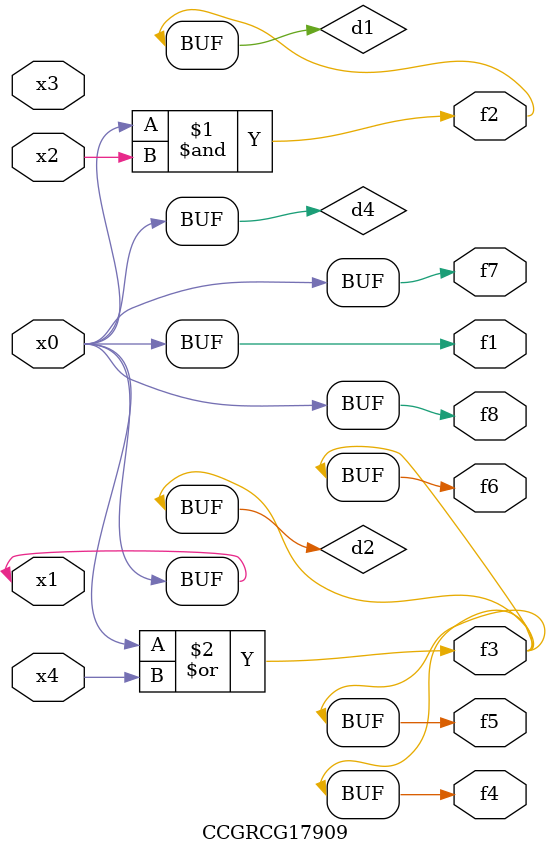
<source format=v>
module CCGRCG17909(
	input x0, x1, x2, x3, x4,
	output f1, f2, f3, f4, f5, f6, f7, f8
);

	wire d1, d2, d3, d4;

	and (d1, x0, x2);
	or (d2, x0, x4);
	nand (d3, x0, x2);
	buf (d4, x0, x1);
	assign f1 = d4;
	assign f2 = d1;
	assign f3 = d2;
	assign f4 = d2;
	assign f5 = d2;
	assign f6 = d2;
	assign f7 = d4;
	assign f8 = d4;
endmodule

</source>
